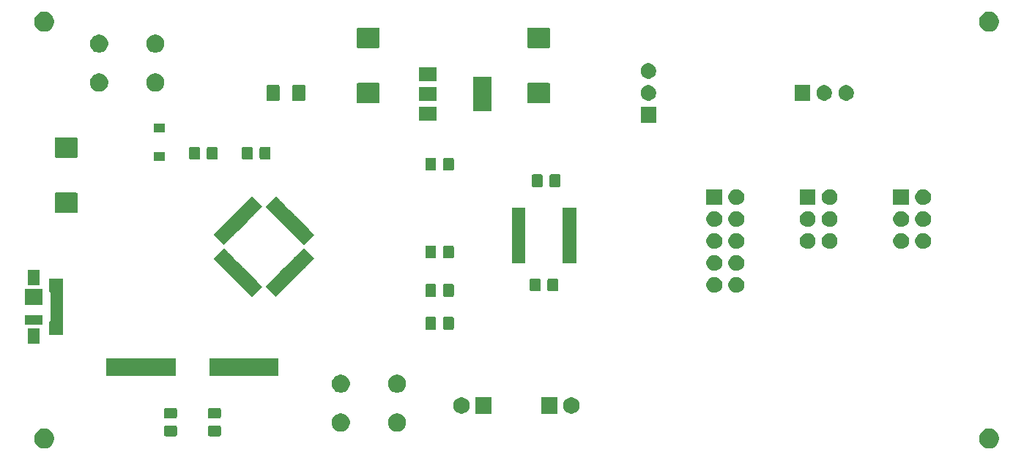
<source format=gbr>
%TF.GenerationSoftware,KiCad,Pcbnew,5.1.5-1.fc31*%
%TF.CreationDate,2020-04-02T16:35:23+02:00*%
%TF.ProjectId,avrisp-mkII-clone,61767269-7370-42d6-9d6b-49492d636c6f,1.0*%
%TF.SameCoordinates,PX54c81a0PY82ce540*%
%TF.FileFunction,Soldermask,Top*%
%TF.FilePolarity,Negative*%
%FSLAX46Y46*%
G04 Gerber Fmt 4.6, Leading zero omitted, Abs format (unit mm)*
G04 Created by KiCad (PCBNEW 5.1.5-1.fc31) date 2020-04-02 16:35:23*
%MOMM*%
%LPD*%
G04 APERTURE LIST*
%ADD10C,0.150000*%
G04 APERTURE END LIST*
D10*
G36*
X111984549Y3668884D02*
G01*
X112095734Y3646768D01*
X112243850Y3585416D01*
X112272293Y3573635D01*
X112305203Y3560003D01*
X112493720Y3434040D01*
X112654040Y3273720D01*
X112780003Y3085203D01*
X112780004Y3085201D01*
X112805416Y3023850D01*
X112866768Y2875734D01*
X112911000Y2653364D01*
X112911000Y2426636D01*
X112866768Y2204266D01*
X112780003Y1994797D01*
X112654040Y1806280D01*
X112493720Y1645960D01*
X112305203Y1519997D01*
X112095734Y1433232D01*
X111984549Y1411116D01*
X111873365Y1389000D01*
X111646635Y1389000D01*
X111535451Y1411116D01*
X111424266Y1433232D01*
X111214797Y1519997D01*
X111026280Y1645960D01*
X110865960Y1806280D01*
X110739997Y1994797D01*
X110653232Y2204266D01*
X110609000Y2426636D01*
X110609000Y2653364D01*
X110653232Y2875734D01*
X110714584Y3023850D01*
X110739996Y3085201D01*
X110739997Y3085203D01*
X110865960Y3273720D01*
X111026280Y3434040D01*
X111214797Y3560003D01*
X111247708Y3573635D01*
X111276150Y3585416D01*
X111424266Y3646768D01*
X111535451Y3668884D01*
X111646635Y3691000D01*
X111873365Y3691000D01*
X111984549Y3668884D01*
G37*
G36*
X2764549Y3668884D02*
G01*
X2875734Y3646768D01*
X3023850Y3585416D01*
X3052293Y3573635D01*
X3085203Y3560003D01*
X3273720Y3434040D01*
X3434040Y3273720D01*
X3560003Y3085203D01*
X3560004Y3085201D01*
X3585416Y3023850D01*
X3646768Y2875734D01*
X3691000Y2653364D01*
X3691000Y2426636D01*
X3646768Y2204266D01*
X3560003Y1994797D01*
X3434040Y1806280D01*
X3273720Y1645960D01*
X3085203Y1519997D01*
X2875734Y1433232D01*
X2764549Y1411116D01*
X2653365Y1389000D01*
X2426635Y1389000D01*
X2315451Y1411116D01*
X2204266Y1433232D01*
X1994797Y1519997D01*
X1806280Y1645960D01*
X1645960Y1806280D01*
X1519997Y1994797D01*
X1433232Y2204266D01*
X1389000Y2426636D01*
X1389000Y2653364D01*
X1433232Y2875734D01*
X1494584Y3023850D01*
X1519996Y3085201D01*
X1519997Y3085203D01*
X1645960Y3273720D01*
X1806280Y3434040D01*
X1994797Y3560003D01*
X2027708Y3573635D01*
X2056150Y3585416D01*
X2204266Y3646768D01*
X2315451Y3668884D01*
X2426635Y3691000D01*
X2653365Y3691000D01*
X2764549Y3668884D01*
G37*
G36*
X17733674Y4041535D02*
G01*
X17771367Y4030101D01*
X17806103Y4011534D01*
X17836548Y3986548D01*
X17861534Y3956103D01*
X17880101Y3921367D01*
X17891535Y3883674D01*
X17896000Y3838339D01*
X17896000Y3001661D01*
X17891535Y2956326D01*
X17880101Y2918633D01*
X17861534Y2883897D01*
X17836548Y2853452D01*
X17806103Y2828466D01*
X17771367Y2809899D01*
X17733674Y2798465D01*
X17688339Y2794000D01*
X16601661Y2794000D01*
X16556326Y2798465D01*
X16518633Y2809899D01*
X16483897Y2828466D01*
X16453452Y2853452D01*
X16428466Y2883897D01*
X16409899Y2918633D01*
X16398465Y2956326D01*
X16394000Y3001661D01*
X16394000Y3838339D01*
X16398465Y3883674D01*
X16409899Y3921367D01*
X16428466Y3956103D01*
X16453452Y3986548D01*
X16483897Y4011534D01*
X16518633Y4030101D01*
X16556326Y4041535D01*
X16601661Y4046000D01*
X17688339Y4046000D01*
X17733674Y4041535D01*
G37*
G36*
X22813674Y4041535D02*
G01*
X22851367Y4030101D01*
X22886103Y4011534D01*
X22916548Y3986548D01*
X22941534Y3956103D01*
X22960101Y3921367D01*
X22971535Y3883674D01*
X22976000Y3838339D01*
X22976000Y3001661D01*
X22971535Y2956326D01*
X22960101Y2918633D01*
X22941534Y2883897D01*
X22916548Y2853452D01*
X22886103Y2828466D01*
X22851367Y2809899D01*
X22813674Y2798465D01*
X22768339Y2794000D01*
X21681661Y2794000D01*
X21636326Y2798465D01*
X21598633Y2809899D01*
X21563897Y2828466D01*
X21533452Y2853452D01*
X21508466Y2883897D01*
X21489899Y2918633D01*
X21478465Y2956326D01*
X21474000Y3001661D01*
X21474000Y3838339D01*
X21478465Y3883674D01*
X21489899Y3921367D01*
X21508466Y3956103D01*
X21533452Y3986548D01*
X21563897Y4011534D01*
X21598633Y4030101D01*
X21636326Y4041535D01*
X21681661Y4046000D01*
X22768339Y4046000D01*
X22813674Y4041535D01*
G37*
G36*
X37136564Y5400611D02*
G01*
X37327833Y5321385D01*
X37327835Y5321384D01*
X37499973Y5206365D01*
X37646365Y5059973D01*
X37737408Y4923718D01*
X37761385Y4887833D01*
X37840611Y4696564D01*
X37881000Y4493516D01*
X37881000Y4286484D01*
X37840611Y4083436D01*
X37773480Y3921367D01*
X37761384Y3892165D01*
X37646365Y3720027D01*
X37499973Y3573635D01*
X37327835Y3458616D01*
X37327834Y3458615D01*
X37327833Y3458615D01*
X37136564Y3379389D01*
X36933516Y3339000D01*
X36726484Y3339000D01*
X36523436Y3379389D01*
X36332167Y3458615D01*
X36332166Y3458615D01*
X36332165Y3458616D01*
X36160027Y3573635D01*
X36013635Y3720027D01*
X35898616Y3892165D01*
X35886520Y3921367D01*
X35819389Y4083436D01*
X35779000Y4286484D01*
X35779000Y4493516D01*
X35819389Y4696564D01*
X35898615Y4887833D01*
X35922593Y4923718D01*
X36013635Y5059973D01*
X36160027Y5206365D01*
X36332165Y5321384D01*
X36332167Y5321385D01*
X36523436Y5400611D01*
X36726484Y5441000D01*
X36933516Y5441000D01*
X37136564Y5400611D01*
G37*
G36*
X43636564Y5400611D02*
G01*
X43827833Y5321385D01*
X43827835Y5321384D01*
X43999973Y5206365D01*
X44146365Y5059973D01*
X44237408Y4923718D01*
X44261385Y4887833D01*
X44340611Y4696564D01*
X44381000Y4493516D01*
X44381000Y4286484D01*
X44340611Y4083436D01*
X44273480Y3921367D01*
X44261384Y3892165D01*
X44146365Y3720027D01*
X43999973Y3573635D01*
X43827835Y3458616D01*
X43827834Y3458615D01*
X43827833Y3458615D01*
X43636564Y3379389D01*
X43433516Y3339000D01*
X43226484Y3339000D01*
X43023436Y3379389D01*
X42832167Y3458615D01*
X42832166Y3458615D01*
X42832165Y3458616D01*
X42660027Y3573635D01*
X42513635Y3720027D01*
X42398616Y3892165D01*
X42386520Y3921367D01*
X42319389Y4083436D01*
X42279000Y4286484D01*
X42279000Y4493516D01*
X42319389Y4696564D01*
X42398615Y4887833D01*
X42422593Y4923718D01*
X42513635Y5059973D01*
X42660027Y5206365D01*
X42832165Y5321384D01*
X42832167Y5321385D01*
X43023436Y5400611D01*
X43226484Y5441000D01*
X43433516Y5441000D01*
X43636564Y5400611D01*
G37*
G36*
X17733674Y6091535D02*
G01*
X17771367Y6080101D01*
X17806103Y6061534D01*
X17836548Y6036548D01*
X17861534Y6006103D01*
X17880101Y5971367D01*
X17891535Y5933674D01*
X17896000Y5888339D01*
X17896000Y5051661D01*
X17891535Y5006326D01*
X17880101Y4968633D01*
X17861534Y4933897D01*
X17836548Y4903452D01*
X17806103Y4878466D01*
X17771367Y4859899D01*
X17733674Y4848465D01*
X17688339Y4844000D01*
X16601661Y4844000D01*
X16556326Y4848465D01*
X16518633Y4859899D01*
X16483897Y4878466D01*
X16453452Y4903452D01*
X16428466Y4933897D01*
X16409899Y4968633D01*
X16398465Y5006326D01*
X16394000Y5051661D01*
X16394000Y5888339D01*
X16398465Y5933674D01*
X16409899Y5971367D01*
X16428466Y6006103D01*
X16453452Y6036548D01*
X16483897Y6061534D01*
X16518633Y6080101D01*
X16556326Y6091535D01*
X16601661Y6096000D01*
X17688339Y6096000D01*
X17733674Y6091535D01*
G37*
G36*
X22813674Y6091535D02*
G01*
X22851367Y6080101D01*
X22886103Y6061534D01*
X22916548Y6036548D01*
X22941534Y6006103D01*
X22960101Y5971367D01*
X22971535Y5933674D01*
X22976000Y5888339D01*
X22976000Y5051661D01*
X22971535Y5006326D01*
X22960101Y4968633D01*
X22941534Y4933897D01*
X22916548Y4903452D01*
X22886103Y4878466D01*
X22851367Y4859899D01*
X22813674Y4848465D01*
X22768339Y4844000D01*
X21681661Y4844000D01*
X21636326Y4848465D01*
X21598633Y4859899D01*
X21563897Y4878466D01*
X21533452Y4903452D01*
X21508466Y4933897D01*
X21489899Y4968633D01*
X21478465Y5006326D01*
X21474000Y5051661D01*
X21474000Y5888339D01*
X21478465Y5933674D01*
X21489899Y5971367D01*
X21508466Y6006103D01*
X21533452Y6036548D01*
X21563897Y6061534D01*
X21598633Y6080101D01*
X21636326Y6091535D01*
X21681661Y6096000D01*
X22768339Y6096000D01*
X22813674Y6091535D01*
G37*
G36*
X63777395Y7264454D02*
G01*
X63950466Y7192766D01*
X63950467Y7192765D01*
X64106227Y7088690D01*
X64238690Y6956227D01*
X64238691Y6956225D01*
X64342766Y6800466D01*
X64414454Y6627395D01*
X64451000Y6443667D01*
X64451000Y6256333D01*
X64414454Y6072605D01*
X64342766Y5899534D01*
X64327659Y5876925D01*
X64238690Y5743773D01*
X64106227Y5611310D01*
X64027818Y5558919D01*
X63950466Y5507234D01*
X63777395Y5435546D01*
X63593667Y5399000D01*
X63406333Y5399000D01*
X63222605Y5435546D01*
X63049534Y5507234D01*
X62972182Y5558919D01*
X62893773Y5611310D01*
X62761310Y5743773D01*
X62672341Y5876925D01*
X62657234Y5899534D01*
X62585546Y6072605D01*
X62549000Y6256333D01*
X62549000Y6443667D01*
X62585546Y6627395D01*
X62657234Y6800466D01*
X62761309Y6956225D01*
X62761310Y6956227D01*
X62893773Y7088690D01*
X63049533Y7192765D01*
X63049534Y7192766D01*
X63222605Y7264454D01*
X63406333Y7301000D01*
X63593667Y7301000D01*
X63777395Y7264454D01*
G37*
G36*
X51077395Y7264454D02*
G01*
X51250466Y7192766D01*
X51250467Y7192765D01*
X51406227Y7088690D01*
X51538690Y6956227D01*
X51538691Y6956225D01*
X51642766Y6800466D01*
X51714454Y6627395D01*
X51751000Y6443667D01*
X51751000Y6256333D01*
X51714454Y6072605D01*
X51642766Y5899534D01*
X51627659Y5876925D01*
X51538690Y5743773D01*
X51406227Y5611310D01*
X51327818Y5558919D01*
X51250466Y5507234D01*
X51077395Y5435546D01*
X50893667Y5399000D01*
X50706333Y5399000D01*
X50522605Y5435546D01*
X50349534Y5507234D01*
X50272182Y5558919D01*
X50193773Y5611310D01*
X50061310Y5743773D01*
X49972341Y5876925D01*
X49957234Y5899534D01*
X49885546Y6072605D01*
X49849000Y6256333D01*
X49849000Y6443667D01*
X49885546Y6627395D01*
X49957234Y6800466D01*
X50061309Y6956225D01*
X50061310Y6956227D01*
X50193773Y7088690D01*
X50349533Y7192765D01*
X50349534Y7192766D01*
X50522605Y7264454D01*
X50706333Y7301000D01*
X50893667Y7301000D01*
X51077395Y7264454D01*
G37*
G36*
X54291000Y5399000D02*
G01*
X52389000Y5399000D01*
X52389000Y7301000D01*
X54291000Y7301000D01*
X54291000Y5399000D01*
G37*
G36*
X61911000Y5399000D02*
G01*
X60009000Y5399000D01*
X60009000Y7301000D01*
X61911000Y7301000D01*
X61911000Y5399000D01*
G37*
G36*
X37136564Y9900611D02*
G01*
X37327833Y9821385D01*
X37327835Y9821384D01*
X37443648Y9744000D01*
X37499973Y9706365D01*
X37646365Y9559973D01*
X37761385Y9387833D01*
X37840611Y9196564D01*
X37881000Y8993516D01*
X37881000Y8786484D01*
X37840611Y8583436D01*
X37761385Y8392167D01*
X37761384Y8392165D01*
X37646365Y8220027D01*
X37499973Y8073635D01*
X37327835Y7958616D01*
X37327834Y7958615D01*
X37327833Y7958615D01*
X37136564Y7879389D01*
X36933516Y7839000D01*
X36726484Y7839000D01*
X36523436Y7879389D01*
X36332167Y7958615D01*
X36332166Y7958615D01*
X36332165Y7958616D01*
X36160027Y8073635D01*
X36013635Y8220027D01*
X35898616Y8392165D01*
X35898615Y8392167D01*
X35819389Y8583436D01*
X35779000Y8786484D01*
X35779000Y8993516D01*
X35819389Y9196564D01*
X35898615Y9387833D01*
X36013635Y9559973D01*
X36160027Y9706365D01*
X36216352Y9744000D01*
X36332165Y9821384D01*
X36332167Y9821385D01*
X36523436Y9900611D01*
X36726484Y9941000D01*
X36933516Y9941000D01*
X37136564Y9900611D01*
G37*
G36*
X43636564Y9900611D02*
G01*
X43827833Y9821385D01*
X43827835Y9821384D01*
X43943648Y9744000D01*
X43999973Y9706365D01*
X44146365Y9559973D01*
X44261385Y9387833D01*
X44340611Y9196564D01*
X44381000Y8993516D01*
X44381000Y8786484D01*
X44340611Y8583436D01*
X44261385Y8392167D01*
X44261384Y8392165D01*
X44146365Y8220027D01*
X43999973Y8073635D01*
X43827835Y7958616D01*
X43827834Y7958615D01*
X43827833Y7958615D01*
X43636564Y7879389D01*
X43433516Y7839000D01*
X43226484Y7839000D01*
X43023436Y7879389D01*
X42832167Y7958615D01*
X42832166Y7958615D01*
X42832165Y7958616D01*
X42660027Y8073635D01*
X42513635Y8220027D01*
X42398616Y8392165D01*
X42398615Y8392167D01*
X42319389Y8583436D01*
X42279000Y8786484D01*
X42279000Y8993516D01*
X42319389Y9196564D01*
X42398615Y9387833D01*
X42513635Y9559973D01*
X42660027Y9706365D01*
X42716352Y9744000D01*
X42832165Y9821384D01*
X42832167Y9821385D01*
X43023436Y9900611D01*
X43226484Y9941000D01*
X43433516Y9941000D01*
X43636564Y9900611D01*
G37*
G36*
X17736000Y9744000D02*
G01*
X9759000Y9744000D01*
X9759000Y11846000D01*
X17736000Y11846000D01*
X17736000Y9744000D01*
G37*
G36*
X29611000Y9744000D02*
G01*
X21634000Y9744000D01*
X21634000Y11846000D01*
X29611000Y11846000D01*
X29611000Y9744000D01*
G37*
G36*
X2041000Y13529000D02*
G01*
X639000Y13529000D01*
X639000Y15281000D01*
X2041000Y15281000D01*
X2041000Y13529000D01*
G37*
G36*
X4741000Y14529000D02*
G01*
X3089000Y14529000D01*
X3089000Y16056000D01*
X3134001Y16056000D01*
X3158387Y16058402D01*
X3181836Y16065515D01*
X3203447Y16077066D01*
X3222389Y16092611D01*
X3237934Y16111553D01*
X3249485Y16133164D01*
X3256598Y16156613D01*
X3259000Y16180999D01*
X3259000Y19379001D01*
X3256598Y19403387D01*
X3249485Y19426836D01*
X3237934Y19448447D01*
X3222389Y19467389D01*
X3203447Y19482934D01*
X3181836Y19494485D01*
X3158387Y19501598D01*
X3134001Y19504000D01*
X3089000Y19504000D01*
X3089000Y21031000D01*
X4741000Y21031000D01*
X4741000Y14529000D01*
G37*
G36*
X49748674Y16621535D02*
G01*
X49786367Y16610101D01*
X49821103Y16591534D01*
X49851548Y16566548D01*
X49876534Y16536103D01*
X49895101Y16501367D01*
X49906535Y16463674D01*
X49911000Y16418339D01*
X49911000Y15331661D01*
X49906535Y15286326D01*
X49895101Y15248633D01*
X49876534Y15213897D01*
X49851548Y15183452D01*
X49821103Y15158466D01*
X49786367Y15139899D01*
X49748674Y15128465D01*
X49703339Y15124000D01*
X48866661Y15124000D01*
X48821326Y15128465D01*
X48783633Y15139899D01*
X48748897Y15158466D01*
X48718452Y15183452D01*
X48693466Y15213897D01*
X48674899Y15248633D01*
X48663465Y15286326D01*
X48659000Y15331661D01*
X48659000Y16418339D01*
X48663465Y16463674D01*
X48674899Y16501367D01*
X48693466Y16536103D01*
X48718452Y16566548D01*
X48748897Y16591534D01*
X48783633Y16610101D01*
X48821326Y16621535D01*
X48866661Y16626000D01*
X49703339Y16626000D01*
X49748674Y16621535D01*
G37*
G36*
X47698674Y16621535D02*
G01*
X47736367Y16610101D01*
X47771103Y16591534D01*
X47801548Y16566548D01*
X47826534Y16536103D01*
X47845101Y16501367D01*
X47856535Y16463674D01*
X47861000Y16418339D01*
X47861000Y15331661D01*
X47856535Y15286326D01*
X47845101Y15248633D01*
X47826534Y15213897D01*
X47801548Y15183452D01*
X47771103Y15158466D01*
X47736367Y15139899D01*
X47698674Y15128465D01*
X47653339Y15124000D01*
X46816661Y15124000D01*
X46771326Y15128465D01*
X46733633Y15139899D01*
X46698897Y15158466D01*
X46668452Y15183452D01*
X46643466Y15213897D01*
X46624899Y15248633D01*
X46613465Y15286326D01*
X46609000Y15331661D01*
X46609000Y16418339D01*
X46613465Y16463674D01*
X46624899Y16501367D01*
X46643466Y16536103D01*
X46668452Y16566548D01*
X46698897Y16591534D01*
X46733633Y16610101D01*
X46771326Y16621535D01*
X46816661Y16626000D01*
X47653339Y16626000D01*
X47698674Y16621535D01*
G37*
G36*
X2341000Y15679000D02*
G01*
X339000Y15679000D01*
X339000Y16781000D01*
X2341000Y16781000D01*
X2341000Y15679000D01*
G37*
G36*
X2341000Y17979000D02*
G01*
X339000Y17979000D01*
X339000Y19881000D01*
X2341000Y19881000D01*
X2341000Y17979000D01*
G37*
G36*
X49748674Y20431535D02*
G01*
X49786367Y20420101D01*
X49821103Y20401534D01*
X49851548Y20376548D01*
X49876534Y20346103D01*
X49895101Y20311367D01*
X49906535Y20273674D01*
X49911000Y20228339D01*
X49911000Y19141661D01*
X49906535Y19096326D01*
X49895101Y19058633D01*
X49876534Y19023897D01*
X49851548Y18993452D01*
X49821103Y18968466D01*
X49786367Y18949899D01*
X49748674Y18938465D01*
X49703339Y18934000D01*
X48866661Y18934000D01*
X48821326Y18938465D01*
X48783633Y18949899D01*
X48748897Y18968466D01*
X48718452Y18993452D01*
X48693466Y19023897D01*
X48674899Y19058633D01*
X48663465Y19096326D01*
X48659000Y19141661D01*
X48659000Y20228339D01*
X48663465Y20273674D01*
X48674899Y20311367D01*
X48693466Y20346103D01*
X48718452Y20376548D01*
X48748897Y20401534D01*
X48783633Y20420101D01*
X48821326Y20431535D01*
X48866661Y20436000D01*
X49703339Y20436000D01*
X49748674Y20431535D01*
G37*
G36*
X47698674Y20431535D02*
G01*
X47736367Y20420101D01*
X47771103Y20401534D01*
X47801548Y20376548D01*
X47826534Y20346103D01*
X47845101Y20311367D01*
X47856535Y20273674D01*
X47861000Y20228339D01*
X47861000Y19141661D01*
X47856535Y19096326D01*
X47845101Y19058633D01*
X47826534Y19023897D01*
X47801548Y18993452D01*
X47771103Y18968466D01*
X47736367Y18949899D01*
X47698674Y18938465D01*
X47653339Y18934000D01*
X46816661Y18934000D01*
X46771326Y18938465D01*
X46733633Y18949899D01*
X46698897Y18968466D01*
X46668452Y18993452D01*
X46643466Y19023897D01*
X46624899Y19058633D01*
X46613465Y19096326D01*
X46609000Y19141661D01*
X46609000Y20228339D01*
X46613465Y20273674D01*
X46624899Y20311367D01*
X46643466Y20346103D01*
X46668452Y20376548D01*
X46698897Y20401534D01*
X46733633Y20420101D01*
X46771326Y20431535D01*
X46816661Y20436000D01*
X47653339Y20436000D01*
X47698674Y20431535D01*
G37*
G36*
X23787162Y24110926D02*
G01*
X23787162Y24110925D01*
X23803426Y24094661D01*
X23803432Y24094656D01*
X23891814Y24006274D01*
X23891814Y24006275D01*
X24352848Y23545241D01*
X24352848Y23545240D01*
X24441230Y23456858D01*
X24441235Y23456852D01*
X24457499Y23440588D01*
X24457499Y23440589D01*
X24918533Y22979555D01*
X24918533Y22979554D01*
X25023184Y22874903D01*
X25023184Y22874904D01*
X25484218Y22413870D01*
X25484218Y22413869D01*
X25588870Y22309217D01*
X25588870Y22309218D01*
X26049904Y21848184D01*
X26049904Y21848183D01*
X26154555Y21743532D01*
X26154555Y21743533D01*
X26615589Y21282499D01*
X26615589Y21282498D01*
X26631853Y21266234D01*
X26631859Y21266229D01*
X26720241Y21177847D01*
X26720241Y21177848D01*
X27181275Y20716814D01*
X27181275Y20716813D01*
X27269657Y20628431D01*
X27269662Y20628425D01*
X27285926Y20612161D01*
X27285926Y20612162D01*
X27746960Y20151128D01*
X26543464Y18947632D01*
X26082430Y19408666D01*
X26082431Y19408666D01*
X25994049Y19497048D01*
X25994044Y19497054D01*
X25977780Y19513318D01*
X25977779Y19513318D01*
X25516745Y19974352D01*
X25516746Y19974352D01*
X25500482Y19990616D01*
X25500476Y19990621D01*
X25412094Y20079003D01*
X25412093Y20079003D01*
X24951059Y20540037D01*
X24951060Y20540037D01*
X24846409Y20644688D01*
X24846408Y20644688D01*
X24385374Y21105722D01*
X24385375Y21105722D01*
X24280723Y21210374D01*
X24280722Y21210374D01*
X23819688Y21671408D01*
X23819689Y21671408D01*
X23715038Y21776059D01*
X23715037Y21776059D01*
X23254003Y22237093D01*
X23254004Y22237093D01*
X23165622Y22325475D01*
X23165617Y22325481D01*
X23149353Y22341745D01*
X23149352Y22341745D01*
X22688318Y22802779D01*
X22688319Y22802779D01*
X22672055Y22819043D01*
X22672049Y22819048D01*
X22583667Y22907430D01*
X22583666Y22907430D01*
X22122632Y23368464D01*
X23326128Y24571960D01*
X23787162Y24110926D01*
G37*
G36*
X33757368Y23368464D02*
G01*
X33296334Y22907430D01*
X33191682Y22802779D01*
X32730648Y22341745D01*
X32625997Y22237093D01*
X30467907Y20079003D01*
X30363255Y19974352D01*
X29902221Y19513318D01*
X29797570Y19408666D01*
X29336536Y18947632D01*
X28133040Y20151128D01*
X28594074Y20612162D01*
X28594075Y20612161D01*
X28610339Y20628425D01*
X28610348Y20628436D01*
X28698726Y20716813D01*
X28698725Y20716814D01*
X29159759Y21177848D01*
X29159760Y21177847D01*
X29248137Y21266225D01*
X29248148Y21266234D01*
X29264412Y21282498D01*
X29264411Y21282499D01*
X29725445Y21743533D01*
X29725446Y21743532D01*
X29813833Y21831920D01*
X29830097Y21848183D01*
X29830096Y21848184D01*
X30291130Y22309218D01*
X30291131Y22309217D01*
X30395783Y22413869D01*
X30395782Y22413870D01*
X30856816Y22874904D01*
X30856817Y22874903D01*
X30945204Y22963291D01*
X30961468Y22979554D01*
X30961467Y22979555D01*
X31422501Y23440589D01*
X31422502Y23440588D01*
X31438766Y23456852D01*
X31438775Y23456863D01*
X31527153Y23545240D01*
X31527152Y23545241D01*
X31988186Y24006275D01*
X31988187Y24006274D01*
X32076564Y24094652D01*
X32076575Y24094661D01*
X32092839Y24110925D01*
X32092838Y24110926D01*
X32553872Y24571960D01*
X33757368Y23368464D01*
G37*
G36*
X82816778Y21199453D02*
G01*
X82983224Y21130509D01*
X83133022Y21030417D01*
X83260417Y20903022D01*
X83360509Y20753224D01*
X83429453Y20586778D01*
X83464600Y20410082D01*
X83464600Y20229918D01*
X83429453Y20053222D01*
X83360509Y19886776D01*
X83260417Y19736978D01*
X83133022Y19609583D01*
X82983224Y19509491D01*
X82816778Y19440547D01*
X82640082Y19405400D01*
X82459918Y19405400D01*
X82283222Y19440547D01*
X82116776Y19509491D01*
X81966978Y19609583D01*
X81839583Y19736978D01*
X81739491Y19886776D01*
X81670547Y20053222D01*
X81635400Y20229918D01*
X81635400Y20410082D01*
X81670547Y20586778D01*
X81739491Y20753224D01*
X81839583Y20903022D01*
X81966978Y21030417D01*
X82116776Y21130509D01*
X82283222Y21199453D01*
X82459918Y21234600D01*
X82640082Y21234600D01*
X82816778Y21199453D01*
G37*
G36*
X80276778Y21199453D02*
G01*
X80443224Y21130509D01*
X80593022Y21030417D01*
X80720417Y20903022D01*
X80820509Y20753224D01*
X80889453Y20586778D01*
X80924600Y20410082D01*
X80924600Y20229918D01*
X80889453Y20053222D01*
X80820509Y19886776D01*
X80720417Y19736978D01*
X80593022Y19609583D01*
X80443224Y19509491D01*
X80276778Y19440547D01*
X80100082Y19405400D01*
X79919918Y19405400D01*
X79743222Y19440547D01*
X79576776Y19509491D01*
X79426978Y19609583D01*
X79299583Y19736978D01*
X79199491Y19886776D01*
X79130547Y20053222D01*
X79095400Y20229918D01*
X79095400Y20410082D01*
X79130547Y20586778D01*
X79199491Y20753224D01*
X79299583Y20903022D01*
X79426978Y21030417D01*
X79576776Y21130509D01*
X79743222Y21199453D01*
X79919918Y21234600D01*
X80100082Y21234600D01*
X80276778Y21199453D01*
G37*
G36*
X61813674Y21066535D02*
G01*
X61851367Y21055101D01*
X61886103Y21036534D01*
X61916548Y21011548D01*
X61941534Y20981103D01*
X61960101Y20946367D01*
X61971535Y20908674D01*
X61976000Y20863339D01*
X61976000Y19776661D01*
X61971535Y19731326D01*
X61960101Y19693633D01*
X61941534Y19658897D01*
X61916548Y19628452D01*
X61886103Y19603466D01*
X61851367Y19584899D01*
X61813674Y19573465D01*
X61768339Y19569000D01*
X60931661Y19569000D01*
X60886326Y19573465D01*
X60848633Y19584899D01*
X60813897Y19603466D01*
X60783452Y19628452D01*
X60758466Y19658897D01*
X60739899Y19693633D01*
X60728465Y19731326D01*
X60724000Y19776661D01*
X60724000Y20863339D01*
X60728465Y20908674D01*
X60739899Y20946367D01*
X60758466Y20981103D01*
X60783452Y21011548D01*
X60813897Y21036534D01*
X60848633Y21055101D01*
X60886326Y21066535D01*
X60931661Y21071000D01*
X61768339Y21071000D01*
X61813674Y21066535D01*
G37*
G36*
X59763674Y21066535D02*
G01*
X59801367Y21055101D01*
X59836103Y21036534D01*
X59866548Y21011548D01*
X59891534Y20981103D01*
X59910101Y20946367D01*
X59921535Y20908674D01*
X59926000Y20863339D01*
X59926000Y19776661D01*
X59921535Y19731326D01*
X59910101Y19693633D01*
X59891534Y19658897D01*
X59866548Y19628452D01*
X59836103Y19603466D01*
X59801367Y19584899D01*
X59763674Y19573465D01*
X59718339Y19569000D01*
X58881661Y19569000D01*
X58836326Y19573465D01*
X58798633Y19584899D01*
X58763897Y19603466D01*
X58733452Y19628452D01*
X58708466Y19658897D01*
X58689899Y19693633D01*
X58678465Y19731326D01*
X58674000Y19776661D01*
X58674000Y20863339D01*
X58678465Y20908674D01*
X58689899Y20946367D01*
X58708466Y20981103D01*
X58733452Y21011548D01*
X58763897Y21036534D01*
X58798633Y21055101D01*
X58836326Y21066535D01*
X58881661Y21071000D01*
X59718339Y21071000D01*
X59763674Y21066535D01*
G37*
G36*
X2041000Y20279000D02*
G01*
X639000Y20279000D01*
X639000Y22031000D01*
X2041000Y22031000D01*
X2041000Y20279000D01*
G37*
G36*
X82816778Y23739453D02*
G01*
X82983224Y23670509D01*
X83133022Y23570417D01*
X83260417Y23443022D01*
X83360509Y23293224D01*
X83429453Y23126778D01*
X83464600Y22950082D01*
X83464600Y22769918D01*
X83429453Y22593222D01*
X83360509Y22426776D01*
X83260417Y22276978D01*
X83133022Y22149583D01*
X82983224Y22049491D01*
X82816778Y21980547D01*
X82640082Y21945400D01*
X82459918Y21945400D01*
X82283222Y21980547D01*
X82116776Y22049491D01*
X81966978Y22149583D01*
X81839583Y22276978D01*
X81739491Y22426776D01*
X81670547Y22593222D01*
X81635400Y22769918D01*
X81635400Y22950082D01*
X81670547Y23126778D01*
X81739491Y23293224D01*
X81839583Y23443022D01*
X81966978Y23570417D01*
X82116776Y23670509D01*
X82283222Y23739453D01*
X82459918Y23774600D01*
X82640082Y23774600D01*
X82816778Y23739453D01*
G37*
G36*
X80276778Y23739453D02*
G01*
X80443224Y23670509D01*
X80593022Y23570417D01*
X80720417Y23443022D01*
X80820509Y23293224D01*
X80889453Y23126778D01*
X80924600Y22950082D01*
X80924600Y22769918D01*
X80889453Y22593222D01*
X80820509Y22426776D01*
X80720417Y22276978D01*
X80593022Y22149583D01*
X80443224Y22049491D01*
X80276778Y21980547D01*
X80100082Y21945400D01*
X79919918Y21945400D01*
X79743222Y21980547D01*
X79576776Y22049491D01*
X79426978Y22149583D01*
X79299583Y22276978D01*
X79199491Y22426776D01*
X79130547Y22593222D01*
X79095400Y22769918D01*
X79095400Y22950082D01*
X79130547Y23126778D01*
X79199491Y23293224D01*
X79299583Y23443022D01*
X79426978Y23570417D01*
X79576776Y23670509D01*
X79743222Y23739453D01*
X79919918Y23774600D01*
X80100082Y23774600D01*
X80276778Y23739453D01*
G37*
G36*
X58151000Y22834000D02*
G01*
X56599000Y22834000D01*
X56599000Y29236000D01*
X58151000Y29236000D01*
X58151000Y22834000D01*
G37*
G36*
X64051000Y22834000D02*
G01*
X62499000Y22834000D01*
X62499000Y29236000D01*
X64051000Y29236000D01*
X64051000Y22834000D01*
G37*
G36*
X49748674Y24876535D02*
G01*
X49786367Y24865101D01*
X49821103Y24846534D01*
X49851548Y24821548D01*
X49876534Y24791103D01*
X49895101Y24756367D01*
X49906535Y24718674D01*
X49911000Y24673339D01*
X49911000Y23586661D01*
X49906535Y23541326D01*
X49895101Y23503633D01*
X49876534Y23468897D01*
X49851548Y23438452D01*
X49821103Y23413466D01*
X49786367Y23394899D01*
X49748674Y23383465D01*
X49703339Y23379000D01*
X48866661Y23379000D01*
X48821326Y23383465D01*
X48783633Y23394899D01*
X48748897Y23413466D01*
X48718452Y23438452D01*
X48693466Y23468897D01*
X48674899Y23503633D01*
X48663465Y23541326D01*
X48659000Y23586661D01*
X48659000Y24673339D01*
X48663465Y24718674D01*
X48674899Y24756367D01*
X48693466Y24791103D01*
X48718452Y24821548D01*
X48748897Y24846534D01*
X48783633Y24865101D01*
X48821326Y24876535D01*
X48866661Y24881000D01*
X49703339Y24881000D01*
X49748674Y24876535D01*
G37*
G36*
X47698674Y24876535D02*
G01*
X47736367Y24865101D01*
X47771103Y24846534D01*
X47801548Y24821548D01*
X47826534Y24791103D01*
X47845101Y24756367D01*
X47856535Y24718674D01*
X47861000Y24673339D01*
X47861000Y23586661D01*
X47856535Y23541326D01*
X47845101Y23503633D01*
X47826534Y23468897D01*
X47801548Y23438452D01*
X47771103Y23413466D01*
X47736367Y23394899D01*
X47698674Y23383465D01*
X47653339Y23379000D01*
X46816661Y23379000D01*
X46771326Y23383465D01*
X46733633Y23394899D01*
X46698897Y23413466D01*
X46668452Y23438452D01*
X46643466Y23468897D01*
X46624899Y23503633D01*
X46613465Y23541326D01*
X46609000Y23586661D01*
X46609000Y24673339D01*
X46613465Y24718674D01*
X46624899Y24756367D01*
X46643466Y24791103D01*
X46668452Y24821548D01*
X46698897Y24846534D01*
X46733633Y24865101D01*
X46771326Y24876535D01*
X46816661Y24881000D01*
X47653339Y24881000D01*
X47698674Y24876535D01*
G37*
G36*
X91071778Y26279453D02*
G01*
X91238224Y26210509D01*
X91388022Y26110417D01*
X91515417Y25983022D01*
X91615509Y25833224D01*
X91684453Y25666778D01*
X91719600Y25490082D01*
X91719600Y25309918D01*
X91684453Y25133222D01*
X91615509Y24966776D01*
X91515417Y24816978D01*
X91388022Y24689583D01*
X91238224Y24589491D01*
X91071778Y24520547D01*
X90895082Y24485400D01*
X90714918Y24485400D01*
X90538222Y24520547D01*
X90371776Y24589491D01*
X90221978Y24689583D01*
X90094583Y24816978D01*
X89994491Y24966776D01*
X89925547Y25133222D01*
X89890400Y25309918D01*
X89890400Y25490082D01*
X89925547Y25666778D01*
X89994491Y25833224D01*
X90094583Y25983022D01*
X90221978Y26110417D01*
X90371776Y26210509D01*
X90538222Y26279453D01*
X90714918Y26314600D01*
X90895082Y26314600D01*
X91071778Y26279453D01*
G37*
G36*
X80276778Y26279453D02*
G01*
X80443224Y26210509D01*
X80593022Y26110417D01*
X80720417Y25983022D01*
X80820509Y25833224D01*
X80889453Y25666778D01*
X80924600Y25490082D01*
X80924600Y25309918D01*
X80889453Y25133222D01*
X80820509Y24966776D01*
X80720417Y24816978D01*
X80593022Y24689583D01*
X80443224Y24589491D01*
X80276778Y24520547D01*
X80100082Y24485400D01*
X79919918Y24485400D01*
X79743222Y24520547D01*
X79576776Y24589491D01*
X79426978Y24689583D01*
X79299583Y24816978D01*
X79199491Y24966776D01*
X79130547Y25133222D01*
X79095400Y25309918D01*
X79095400Y25490082D01*
X79130547Y25666778D01*
X79199491Y25833224D01*
X79299583Y25983022D01*
X79426978Y26110417D01*
X79576776Y26210509D01*
X79743222Y26279453D01*
X79919918Y26314600D01*
X80100082Y26314600D01*
X80276778Y26279453D01*
G37*
G36*
X104406778Y26279453D02*
G01*
X104573224Y26210509D01*
X104723022Y26110417D01*
X104850417Y25983022D01*
X104950509Y25833224D01*
X105019453Y25666778D01*
X105054600Y25490082D01*
X105054600Y25309918D01*
X105019453Y25133222D01*
X104950509Y24966776D01*
X104850417Y24816978D01*
X104723022Y24689583D01*
X104573224Y24589491D01*
X104406778Y24520547D01*
X104230082Y24485400D01*
X104049918Y24485400D01*
X103873222Y24520547D01*
X103706776Y24589491D01*
X103556978Y24689583D01*
X103429583Y24816978D01*
X103329491Y24966776D01*
X103260547Y25133222D01*
X103225400Y25309918D01*
X103225400Y25490082D01*
X103260547Y25666778D01*
X103329491Y25833224D01*
X103429583Y25983022D01*
X103556978Y26110417D01*
X103706776Y26210509D01*
X103873222Y26279453D01*
X104049918Y26314600D01*
X104230082Y26314600D01*
X104406778Y26279453D01*
G37*
G36*
X101866778Y26279453D02*
G01*
X102033224Y26210509D01*
X102183022Y26110417D01*
X102310417Y25983022D01*
X102410509Y25833224D01*
X102479453Y25666778D01*
X102514600Y25490082D01*
X102514600Y25309918D01*
X102479453Y25133222D01*
X102410509Y24966776D01*
X102310417Y24816978D01*
X102183022Y24689583D01*
X102033224Y24589491D01*
X101866778Y24520547D01*
X101690082Y24485400D01*
X101509918Y24485400D01*
X101333222Y24520547D01*
X101166776Y24589491D01*
X101016978Y24689583D01*
X100889583Y24816978D01*
X100789491Y24966776D01*
X100720547Y25133222D01*
X100685400Y25309918D01*
X100685400Y25490082D01*
X100720547Y25666778D01*
X100789491Y25833224D01*
X100889583Y25983022D01*
X101016978Y26110417D01*
X101166776Y26210509D01*
X101333222Y26279453D01*
X101509918Y26314600D01*
X101690082Y26314600D01*
X101866778Y26279453D01*
G37*
G36*
X82816778Y26279453D02*
G01*
X82983224Y26210509D01*
X83133022Y26110417D01*
X83260417Y25983022D01*
X83360509Y25833224D01*
X83429453Y25666778D01*
X83464600Y25490082D01*
X83464600Y25309918D01*
X83429453Y25133222D01*
X83360509Y24966776D01*
X83260417Y24816978D01*
X83133022Y24689583D01*
X82983224Y24589491D01*
X82816778Y24520547D01*
X82640082Y24485400D01*
X82459918Y24485400D01*
X82283222Y24520547D01*
X82116776Y24589491D01*
X81966978Y24689583D01*
X81839583Y24816978D01*
X81739491Y24966776D01*
X81670547Y25133222D01*
X81635400Y25309918D01*
X81635400Y25490082D01*
X81670547Y25666778D01*
X81739491Y25833224D01*
X81839583Y25983022D01*
X81966978Y26110417D01*
X82116776Y26210509D01*
X82283222Y26279453D01*
X82459918Y26314600D01*
X82640082Y26314600D01*
X82816778Y26279453D01*
G37*
G36*
X93611778Y26279453D02*
G01*
X93778224Y26210509D01*
X93928022Y26110417D01*
X94055417Y25983022D01*
X94155509Y25833224D01*
X94224453Y25666778D01*
X94259600Y25490082D01*
X94259600Y25309918D01*
X94224453Y25133222D01*
X94155509Y24966776D01*
X94055417Y24816978D01*
X93928022Y24689583D01*
X93778224Y24589491D01*
X93611778Y24520547D01*
X93435082Y24485400D01*
X93254918Y24485400D01*
X93078222Y24520547D01*
X92911776Y24589491D01*
X92761978Y24689583D01*
X92634583Y24816978D01*
X92534491Y24966776D01*
X92465547Y25133222D01*
X92430400Y25309918D01*
X92430400Y25490082D01*
X92465547Y25666778D01*
X92534491Y25833224D01*
X92634583Y25983022D01*
X92761978Y26110417D01*
X92911776Y26210509D01*
X93078222Y26279453D01*
X93254918Y26314600D01*
X93435082Y26314600D01*
X93611778Y26279453D01*
G37*
G36*
X27746960Y29378872D02*
G01*
X27269662Y28901574D01*
X27181275Y28813186D01*
X26720241Y28352152D01*
X26631853Y28263765D01*
X26154555Y27786467D01*
X26066167Y27698080D01*
X26049904Y27681816D01*
X25023184Y26655096D01*
X24934796Y26566709D01*
X24918533Y26550445D01*
X24441235Y26073147D01*
X24352848Y25984759D01*
X23891814Y25523725D01*
X23803426Y25435338D01*
X23326128Y24958040D01*
X22122632Y26161536D01*
X22583666Y26622570D01*
X22583667Y26622569D01*
X22672044Y26710947D01*
X22672055Y26710956D01*
X22688319Y26727220D01*
X22688318Y26727221D01*
X23149352Y27188255D01*
X23149353Y27188254D01*
X23165617Y27204518D01*
X23165626Y27204529D01*
X23254004Y27292906D01*
X23254003Y27292907D01*
X23715037Y27753941D01*
X23715038Y27753940D01*
X23819689Y27858591D01*
X23819688Y27858592D01*
X24280722Y28319626D01*
X24280723Y28319625D01*
X24385375Y28424277D01*
X24385374Y28424278D01*
X24846408Y28885312D01*
X24846409Y28885311D01*
X24951060Y28989962D01*
X24951059Y28989963D01*
X25412093Y29450997D01*
X25412094Y29450996D01*
X25500471Y29539374D01*
X25500482Y29539383D01*
X25516746Y29555647D01*
X25516745Y29555648D01*
X25977779Y30016682D01*
X25977780Y30016681D01*
X25994044Y30032945D01*
X25994053Y30032956D01*
X26082431Y30121333D01*
X26082430Y30121334D01*
X26543464Y30582368D01*
X27746960Y29378872D01*
G37*
G36*
X29797570Y30121334D02*
G01*
X29797570Y30121333D01*
X29885952Y30032951D01*
X29885957Y30032945D01*
X29902221Y30016681D01*
X29902221Y30016682D01*
X30363255Y29555648D01*
X30363255Y29555647D01*
X30379519Y29539383D01*
X30379525Y29539378D01*
X30467907Y29450996D01*
X30467907Y29450997D01*
X30928941Y28989963D01*
X30928941Y28989962D01*
X31033592Y28885311D01*
X31033592Y28885312D01*
X31494626Y28424278D01*
X31494626Y28424277D01*
X31599278Y28319625D01*
X31599278Y28319626D01*
X32060312Y27858592D01*
X32060312Y27858591D01*
X32164963Y27753940D01*
X32164963Y27753941D01*
X32625997Y27292907D01*
X32625997Y27292906D01*
X32714379Y27204524D01*
X32714384Y27204518D01*
X32730648Y27188254D01*
X32730648Y27188255D01*
X33191682Y26727221D01*
X33191682Y26727220D01*
X33207946Y26710956D01*
X33207952Y26710951D01*
X33296334Y26622569D01*
X33296334Y26622570D01*
X33757368Y26161536D01*
X32553872Y24958040D01*
X32092838Y25419074D01*
X32092839Y25419074D01*
X32076575Y25435338D01*
X32076569Y25435343D01*
X31988187Y25523725D01*
X31988186Y25523725D01*
X31527152Y25984759D01*
X31527153Y25984759D01*
X31438771Y26073141D01*
X31438766Y26073147D01*
X31422502Y26089411D01*
X31422501Y26089411D01*
X30961467Y26550445D01*
X30961468Y26550445D01*
X30856817Y26655096D01*
X30856816Y26655096D01*
X30395782Y27116130D01*
X30395783Y27116130D01*
X30291131Y27220782D01*
X30291130Y27220782D01*
X29830096Y27681816D01*
X29830097Y27681816D01*
X29725446Y27786467D01*
X29725445Y27786467D01*
X29264411Y28247501D01*
X29264412Y28247501D01*
X29248148Y28263765D01*
X29248142Y28263770D01*
X29159760Y28352152D01*
X29159759Y28352152D01*
X28698725Y28813186D01*
X28698726Y28813186D01*
X28610344Y28901568D01*
X28610339Y28901574D01*
X28594075Y28917838D01*
X28594074Y28917838D01*
X28133040Y29378872D01*
X29336536Y30582368D01*
X29797570Y30121334D01*
G37*
G36*
X80276778Y28819453D02*
G01*
X80443224Y28750509D01*
X80593022Y28650417D01*
X80720417Y28523022D01*
X80820509Y28373224D01*
X80889453Y28206778D01*
X80924600Y28030082D01*
X80924600Y27849918D01*
X80889453Y27673222D01*
X80820509Y27506776D01*
X80720417Y27356978D01*
X80593022Y27229583D01*
X80443224Y27129491D01*
X80276778Y27060547D01*
X80100082Y27025400D01*
X79919918Y27025400D01*
X79743222Y27060547D01*
X79576776Y27129491D01*
X79426978Y27229583D01*
X79299583Y27356978D01*
X79199491Y27506776D01*
X79130547Y27673222D01*
X79095400Y27849918D01*
X79095400Y28030082D01*
X79130547Y28206778D01*
X79199491Y28373224D01*
X79299583Y28523022D01*
X79426978Y28650417D01*
X79576776Y28750509D01*
X79743222Y28819453D01*
X79919918Y28854600D01*
X80100082Y28854600D01*
X80276778Y28819453D01*
G37*
G36*
X82816778Y28819453D02*
G01*
X82983224Y28750509D01*
X83133022Y28650417D01*
X83260417Y28523022D01*
X83360509Y28373224D01*
X83429453Y28206778D01*
X83464600Y28030082D01*
X83464600Y27849918D01*
X83429453Y27673222D01*
X83360509Y27506776D01*
X83260417Y27356978D01*
X83133022Y27229583D01*
X82983224Y27129491D01*
X82816778Y27060547D01*
X82640082Y27025400D01*
X82459918Y27025400D01*
X82283222Y27060547D01*
X82116776Y27129491D01*
X81966978Y27229583D01*
X81839583Y27356978D01*
X81739491Y27506776D01*
X81670547Y27673222D01*
X81635400Y27849918D01*
X81635400Y28030082D01*
X81670547Y28206778D01*
X81739491Y28373224D01*
X81839583Y28523022D01*
X81966978Y28650417D01*
X82116776Y28750509D01*
X82283222Y28819453D01*
X82459918Y28854600D01*
X82640082Y28854600D01*
X82816778Y28819453D01*
G37*
G36*
X93611778Y28819453D02*
G01*
X93778224Y28750509D01*
X93928022Y28650417D01*
X94055417Y28523022D01*
X94155509Y28373224D01*
X94224453Y28206778D01*
X94259600Y28030082D01*
X94259600Y27849918D01*
X94224453Y27673222D01*
X94155509Y27506776D01*
X94055417Y27356978D01*
X93928022Y27229583D01*
X93778224Y27129491D01*
X93611778Y27060547D01*
X93435082Y27025400D01*
X93254918Y27025400D01*
X93078222Y27060547D01*
X92911776Y27129491D01*
X92761978Y27229583D01*
X92634583Y27356978D01*
X92534491Y27506776D01*
X92465547Y27673222D01*
X92430400Y27849918D01*
X92430400Y28030082D01*
X92465547Y28206778D01*
X92534491Y28373224D01*
X92634583Y28523022D01*
X92761978Y28650417D01*
X92911776Y28750509D01*
X93078222Y28819453D01*
X93254918Y28854600D01*
X93435082Y28854600D01*
X93611778Y28819453D01*
G37*
G36*
X104406778Y28819453D02*
G01*
X104573224Y28750509D01*
X104723022Y28650417D01*
X104850417Y28523022D01*
X104950509Y28373224D01*
X105019453Y28206778D01*
X105054600Y28030082D01*
X105054600Y27849918D01*
X105019453Y27673222D01*
X104950509Y27506776D01*
X104850417Y27356978D01*
X104723022Y27229583D01*
X104573224Y27129491D01*
X104406778Y27060547D01*
X104230082Y27025400D01*
X104049918Y27025400D01*
X103873222Y27060547D01*
X103706776Y27129491D01*
X103556978Y27229583D01*
X103429583Y27356978D01*
X103329491Y27506776D01*
X103260547Y27673222D01*
X103225400Y27849918D01*
X103225400Y28030082D01*
X103260547Y28206778D01*
X103329491Y28373224D01*
X103429583Y28523022D01*
X103556978Y28650417D01*
X103706776Y28750509D01*
X103873222Y28819453D01*
X104049918Y28854600D01*
X104230082Y28854600D01*
X104406778Y28819453D01*
G37*
G36*
X101866778Y28819453D02*
G01*
X102033224Y28750509D01*
X102183022Y28650417D01*
X102310417Y28523022D01*
X102410509Y28373224D01*
X102479453Y28206778D01*
X102514600Y28030082D01*
X102514600Y27849918D01*
X102479453Y27673222D01*
X102410509Y27506776D01*
X102310417Y27356978D01*
X102183022Y27229583D01*
X102033224Y27129491D01*
X101866778Y27060547D01*
X101690082Y27025400D01*
X101509918Y27025400D01*
X101333222Y27060547D01*
X101166776Y27129491D01*
X101016978Y27229583D01*
X100889583Y27356978D01*
X100789491Y27506776D01*
X100720547Y27673222D01*
X100685400Y27849918D01*
X100685400Y28030082D01*
X100720547Y28206778D01*
X100789491Y28373224D01*
X100889583Y28523022D01*
X101016978Y28650417D01*
X101166776Y28750509D01*
X101333222Y28819453D01*
X101509918Y28854600D01*
X101690082Y28854600D01*
X101866778Y28819453D01*
G37*
G36*
X91071778Y28819453D02*
G01*
X91238224Y28750509D01*
X91388022Y28650417D01*
X91515417Y28523022D01*
X91615509Y28373224D01*
X91684453Y28206778D01*
X91719600Y28030082D01*
X91719600Y27849918D01*
X91684453Y27673222D01*
X91615509Y27506776D01*
X91515417Y27356978D01*
X91388022Y27229583D01*
X91238224Y27129491D01*
X91071778Y27060547D01*
X90895082Y27025400D01*
X90714918Y27025400D01*
X90538222Y27060547D01*
X90371776Y27129491D01*
X90221978Y27229583D01*
X90094583Y27356978D01*
X89994491Y27506776D01*
X89925547Y27673222D01*
X89890400Y27849918D01*
X89890400Y28030082D01*
X89925547Y28206778D01*
X89994491Y28373224D01*
X90094583Y28523022D01*
X90221978Y28650417D01*
X90371776Y28750509D01*
X90538222Y28819453D01*
X90714918Y28854600D01*
X90895082Y28854600D01*
X91071778Y28819453D01*
G37*
G36*
X6273786Y30992254D02*
G01*
X6304461Y30982949D01*
X6332729Y30967839D01*
X6357506Y30947506D01*
X6377839Y30922729D01*
X6392949Y30894461D01*
X6402254Y30863786D01*
X6406000Y30825749D01*
X6406000Y28814251D01*
X6402254Y28776214D01*
X6392949Y28745539D01*
X6377839Y28717271D01*
X6357506Y28692494D01*
X6332729Y28672161D01*
X6304461Y28657051D01*
X6273786Y28647746D01*
X6235749Y28644000D01*
X3924251Y28644000D01*
X3886214Y28647746D01*
X3855539Y28657051D01*
X3827271Y28672161D01*
X3802494Y28692494D01*
X3782161Y28717271D01*
X3767051Y28745539D01*
X3757746Y28776214D01*
X3754000Y28814251D01*
X3754000Y30825749D01*
X3757746Y30863786D01*
X3767051Y30894461D01*
X3782161Y30922729D01*
X3802494Y30947506D01*
X3827271Y30967839D01*
X3855539Y30982949D01*
X3886214Y30992254D01*
X3924251Y30996000D01*
X6235749Y30996000D01*
X6273786Y30992254D01*
G37*
G36*
X91719600Y29565400D02*
G01*
X89890400Y29565400D01*
X89890400Y31394600D01*
X91719600Y31394600D01*
X91719600Y29565400D01*
G37*
G36*
X104406778Y31359453D02*
G01*
X104573224Y31290509D01*
X104723022Y31190417D01*
X104850417Y31063022D01*
X104950509Y30913224D01*
X105019453Y30746778D01*
X105054600Y30570082D01*
X105054600Y30389918D01*
X105019453Y30213222D01*
X104950509Y30046776D01*
X104850417Y29896978D01*
X104723022Y29769583D01*
X104573224Y29669491D01*
X104406778Y29600547D01*
X104230082Y29565400D01*
X104049918Y29565400D01*
X103873222Y29600547D01*
X103706776Y29669491D01*
X103556978Y29769583D01*
X103429583Y29896978D01*
X103329491Y30046776D01*
X103260547Y30213222D01*
X103225400Y30389918D01*
X103225400Y30570082D01*
X103260547Y30746778D01*
X103329491Y30913224D01*
X103429583Y31063022D01*
X103556978Y31190417D01*
X103706776Y31290509D01*
X103873222Y31359453D01*
X104049918Y31394600D01*
X104230082Y31394600D01*
X104406778Y31359453D01*
G37*
G36*
X102514600Y29565400D02*
G01*
X100685400Y29565400D01*
X100685400Y31394600D01*
X102514600Y31394600D01*
X102514600Y29565400D01*
G37*
G36*
X93611778Y31359453D02*
G01*
X93778224Y31290509D01*
X93928022Y31190417D01*
X94055417Y31063022D01*
X94155509Y30913224D01*
X94224453Y30746778D01*
X94259600Y30570082D01*
X94259600Y30389918D01*
X94224453Y30213222D01*
X94155509Y30046776D01*
X94055417Y29896978D01*
X93928022Y29769583D01*
X93778224Y29669491D01*
X93611778Y29600547D01*
X93435082Y29565400D01*
X93254918Y29565400D01*
X93078222Y29600547D01*
X92911776Y29669491D01*
X92761978Y29769583D01*
X92634583Y29896978D01*
X92534491Y30046776D01*
X92465547Y30213222D01*
X92430400Y30389918D01*
X92430400Y30570082D01*
X92465547Y30746778D01*
X92534491Y30913224D01*
X92634583Y31063022D01*
X92761978Y31190417D01*
X92911776Y31290509D01*
X93078222Y31359453D01*
X93254918Y31394600D01*
X93435082Y31394600D01*
X93611778Y31359453D01*
G37*
G36*
X82816778Y31359453D02*
G01*
X82983224Y31290509D01*
X83133022Y31190417D01*
X83260417Y31063022D01*
X83360509Y30913224D01*
X83429453Y30746778D01*
X83464600Y30570082D01*
X83464600Y30389918D01*
X83429453Y30213222D01*
X83360509Y30046776D01*
X83260417Y29896978D01*
X83133022Y29769583D01*
X82983224Y29669491D01*
X82816778Y29600547D01*
X82640082Y29565400D01*
X82459918Y29565400D01*
X82283222Y29600547D01*
X82116776Y29669491D01*
X81966978Y29769583D01*
X81839583Y29896978D01*
X81739491Y30046776D01*
X81670547Y30213222D01*
X81635400Y30389918D01*
X81635400Y30570082D01*
X81670547Y30746778D01*
X81739491Y30913224D01*
X81839583Y31063022D01*
X81966978Y31190417D01*
X82116776Y31290509D01*
X82283222Y31359453D01*
X82459918Y31394600D01*
X82640082Y31394600D01*
X82816778Y31359453D01*
G37*
G36*
X80924600Y29565400D02*
G01*
X79095400Y29565400D01*
X79095400Y31394600D01*
X80924600Y31394600D01*
X80924600Y29565400D01*
G37*
G36*
X60008674Y33131535D02*
G01*
X60046367Y33120101D01*
X60081103Y33101534D01*
X60111548Y33076548D01*
X60136534Y33046103D01*
X60155101Y33011367D01*
X60166535Y32973674D01*
X60171000Y32928339D01*
X60171000Y31841661D01*
X60166535Y31796326D01*
X60155101Y31758633D01*
X60136534Y31723897D01*
X60111548Y31693452D01*
X60081103Y31668466D01*
X60046367Y31649899D01*
X60008674Y31638465D01*
X59963339Y31634000D01*
X59126661Y31634000D01*
X59081326Y31638465D01*
X59043633Y31649899D01*
X59008897Y31668466D01*
X58978452Y31693452D01*
X58953466Y31723897D01*
X58934899Y31758633D01*
X58923465Y31796326D01*
X58919000Y31841661D01*
X58919000Y32928339D01*
X58923465Y32973674D01*
X58934899Y33011367D01*
X58953466Y33046103D01*
X58978452Y33076548D01*
X59008897Y33101534D01*
X59043633Y33120101D01*
X59081326Y33131535D01*
X59126661Y33136000D01*
X59963339Y33136000D01*
X60008674Y33131535D01*
G37*
G36*
X62058674Y33131535D02*
G01*
X62096367Y33120101D01*
X62131103Y33101534D01*
X62161548Y33076548D01*
X62186534Y33046103D01*
X62205101Y33011367D01*
X62216535Y32973674D01*
X62221000Y32928339D01*
X62221000Y31841661D01*
X62216535Y31796326D01*
X62205101Y31758633D01*
X62186534Y31723897D01*
X62161548Y31693452D01*
X62131103Y31668466D01*
X62096367Y31649899D01*
X62058674Y31638465D01*
X62013339Y31634000D01*
X61176661Y31634000D01*
X61131326Y31638465D01*
X61093633Y31649899D01*
X61058897Y31668466D01*
X61028452Y31693452D01*
X61003466Y31723897D01*
X60984899Y31758633D01*
X60973465Y31796326D01*
X60969000Y31841661D01*
X60969000Y32928339D01*
X60973465Y32973674D01*
X60984899Y33011367D01*
X61003466Y33046103D01*
X61028452Y33076548D01*
X61058897Y33101534D01*
X61093633Y33120101D01*
X61131326Y33131535D01*
X61176661Y33136000D01*
X62013339Y33136000D01*
X62058674Y33131535D01*
G37*
G36*
X49748674Y35036535D02*
G01*
X49786367Y35025101D01*
X49821103Y35006534D01*
X49851548Y34981548D01*
X49876534Y34951103D01*
X49895101Y34916367D01*
X49906535Y34878674D01*
X49911000Y34833339D01*
X49911000Y33746661D01*
X49906535Y33701326D01*
X49895101Y33663633D01*
X49876534Y33628897D01*
X49851548Y33598452D01*
X49821103Y33573466D01*
X49786367Y33554899D01*
X49748674Y33543465D01*
X49703339Y33539000D01*
X48866661Y33539000D01*
X48821326Y33543465D01*
X48783633Y33554899D01*
X48748897Y33573466D01*
X48718452Y33598452D01*
X48693466Y33628897D01*
X48674899Y33663633D01*
X48663465Y33701326D01*
X48659000Y33746661D01*
X48659000Y34833339D01*
X48663465Y34878674D01*
X48674899Y34916367D01*
X48693466Y34951103D01*
X48718452Y34981548D01*
X48748897Y35006534D01*
X48783633Y35025101D01*
X48821326Y35036535D01*
X48866661Y35041000D01*
X49703339Y35041000D01*
X49748674Y35036535D01*
G37*
G36*
X47698674Y35036535D02*
G01*
X47736367Y35025101D01*
X47771103Y35006534D01*
X47801548Y34981548D01*
X47826534Y34951103D01*
X47845101Y34916367D01*
X47856535Y34878674D01*
X47861000Y34833339D01*
X47861000Y33746661D01*
X47856535Y33701326D01*
X47845101Y33663633D01*
X47826534Y33628897D01*
X47801548Y33598452D01*
X47771103Y33573466D01*
X47736367Y33554899D01*
X47698674Y33543465D01*
X47653339Y33539000D01*
X46816661Y33539000D01*
X46771326Y33543465D01*
X46733633Y33554899D01*
X46698897Y33573466D01*
X46668452Y33598452D01*
X46643466Y33628897D01*
X46624899Y33663633D01*
X46613465Y33701326D01*
X46609000Y33746661D01*
X46609000Y34833339D01*
X46613465Y34878674D01*
X46624899Y34916367D01*
X46643466Y34951103D01*
X46668452Y34981548D01*
X46698897Y35006534D01*
X46733633Y35025101D01*
X46771326Y35036535D01*
X46816661Y35041000D01*
X47653339Y35041000D01*
X47698674Y35036535D01*
G37*
G36*
X16526000Y34679000D02*
G01*
X15224000Y34679000D01*
X15224000Y35681000D01*
X16526000Y35681000D01*
X16526000Y34679000D01*
G37*
G36*
X28548674Y36306535D02*
G01*
X28586367Y36295101D01*
X28621103Y36276534D01*
X28651548Y36251548D01*
X28676534Y36221103D01*
X28695101Y36186367D01*
X28706535Y36148674D01*
X28711000Y36103339D01*
X28711000Y35016661D01*
X28706535Y34971326D01*
X28695101Y34933633D01*
X28676534Y34898897D01*
X28651548Y34868452D01*
X28621103Y34843466D01*
X28586367Y34824899D01*
X28548674Y34813465D01*
X28503339Y34809000D01*
X27666661Y34809000D01*
X27621326Y34813465D01*
X27583633Y34824899D01*
X27548897Y34843466D01*
X27518452Y34868452D01*
X27493466Y34898897D01*
X27474899Y34933633D01*
X27463465Y34971326D01*
X27459000Y35016661D01*
X27459000Y36103339D01*
X27463465Y36148674D01*
X27474899Y36186367D01*
X27493466Y36221103D01*
X27518452Y36251548D01*
X27548897Y36276534D01*
X27583633Y36295101D01*
X27621326Y36306535D01*
X27666661Y36311000D01*
X28503339Y36311000D01*
X28548674Y36306535D01*
G37*
G36*
X26498674Y36306535D02*
G01*
X26536367Y36295101D01*
X26571103Y36276534D01*
X26601548Y36251548D01*
X26626534Y36221103D01*
X26645101Y36186367D01*
X26656535Y36148674D01*
X26661000Y36103339D01*
X26661000Y35016661D01*
X26656535Y34971326D01*
X26645101Y34933633D01*
X26626534Y34898897D01*
X26601548Y34868452D01*
X26571103Y34843466D01*
X26536367Y34824899D01*
X26498674Y34813465D01*
X26453339Y34809000D01*
X25616661Y34809000D01*
X25571326Y34813465D01*
X25533633Y34824899D01*
X25498897Y34843466D01*
X25468452Y34868452D01*
X25443466Y34898897D01*
X25424899Y34933633D01*
X25413465Y34971326D01*
X25409000Y35016661D01*
X25409000Y36103339D01*
X25413465Y36148674D01*
X25424899Y36186367D01*
X25443466Y36221103D01*
X25468452Y36251548D01*
X25498897Y36276534D01*
X25533633Y36295101D01*
X25571326Y36306535D01*
X25616661Y36311000D01*
X26453339Y36311000D01*
X26498674Y36306535D01*
G37*
G36*
X20393674Y36306535D02*
G01*
X20431367Y36295101D01*
X20466103Y36276534D01*
X20496548Y36251548D01*
X20521534Y36221103D01*
X20540101Y36186367D01*
X20551535Y36148674D01*
X20556000Y36103339D01*
X20556000Y35016661D01*
X20551535Y34971326D01*
X20540101Y34933633D01*
X20521534Y34898897D01*
X20496548Y34868452D01*
X20466103Y34843466D01*
X20431367Y34824899D01*
X20393674Y34813465D01*
X20348339Y34809000D01*
X19511661Y34809000D01*
X19466326Y34813465D01*
X19428633Y34824899D01*
X19393897Y34843466D01*
X19363452Y34868452D01*
X19338466Y34898897D01*
X19319899Y34933633D01*
X19308465Y34971326D01*
X19304000Y35016661D01*
X19304000Y36103339D01*
X19308465Y36148674D01*
X19319899Y36186367D01*
X19338466Y36221103D01*
X19363452Y36251548D01*
X19393897Y36276534D01*
X19428633Y36295101D01*
X19466326Y36306535D01*
X19511661Y36311000D01*
X20348339Y36311000D01*
X20393674Y36306535D01*
G37*
G36*
X22443674Y36306535D02*
G01*
X22481367Y36295101D01*
X22516103Y36276534D01*
X22546548Y36251548D01*
X22571534Y36221103D01*
X22590101Y36186367D01*
X22601535Y36148674D01*
X22606000Y36103339D01*
X22606000Y35016661D01*
X22601535Y34971326D01*
X22590101Y34933633D01*
X22571534Y34898897D01*
X22546548Y34868452D01*
X22516103Y34843466D01*
X22481367Y34824899D01*
X22443674Y34813465D01*
X22398339Y34809000D01*
X21561661Y34809000D01*
X21516326Y34813465D01*
X21478633Y34824899D01*
X21443897Y34843466D01*
X21413452Y34868452D01*
X21388466Y34898897D01*
X21369899Y34933633D01*
X21358465Y34971326D01*
X21354000Y35016661D01*
X21354000Y36103339D01*
X21358465Y36148674D01*
X21369899Y36186367D01*
X21388466Y36221103D01*
X21413452Y36251548D01*
X21443897Y36276534D01*
X21478633Y36295101D01*
X21516326Y36306535D01*
X21561661Y36311000D01*
X22398339Y36311000D01*
X22443674Y36306535D01*
G37*
G36*
X6273786Y37392254D02*
G01*
X6304461Y37382949D01*
X6332729Y37367839D01*
X6357506Y37347506D01*
X6377839Y37322729D01*
X6392949Y37294461D01*
X6402254Y37263786D01*
X6406000Y37225749D01*
X6406000Y35214251D01*
X6402254Y35176214D01*
X6392949Y35145539D01*
X6377839Y35117271D01*
X6357506Y35092494D01*
X6332729Y35072161D01*
X6304461Y35057051D01*
X6273786Y35047746D01*
X6235749Y35044000D01*
X3924251Y35044000D01*
X3886214Y35047746D01*
X3855539Y35057051D01*
X3827271Y35072161D01*
X3802494Y35092494D01*
X3782161Y35117271D01*
X3767051Y35145539D01*
X3757746Y35176214D01*
X3754000Y35214251D01*
X3754000Y37225749D01*
X3757746Y37263786D01*
X3767051Y37294461D01*
X3782161Y37322729D01*
X3802494Y37347506D01*
X3827271Y37367839D01*
X3855539Y37382949D01*
X3886214Y37392254D01*
X3924251Y37396000D01*
X6235749Y37396000D01*
X6273786Y37392254D01*
G37*
G36*
X16526000Y37979000D02*
G01*
X15224000Y37979000D01*
X15224000Y38981000D01*
X16526000Y38981000D01*
X16526000Y37979000D01*
G37*
G36*
X73291000Y39104000D02*
G01*
X71489000Y39104000D01*
X71489000Y40906000D01*
X73291000Y40906000D01*
X73291000Y39104000D01*
G37*
G36*
X47939000Y39317000D02*
G01*
X45837000Y39317000D01*
X45837000Y40919000D01*
X47939000Y40919000D01*
X47939000Y39317000D01*
G37*
G36*
X54239000Y40467000D02*
G01*
X52137000Y40467000D01*
X52137000Y44369000D01*
X54239000Y44369000D01*
X54239000Y40467000D01*
G37*
G36*
X41198786Y43692254D02*
G01*
X41229461Y43682949D01*
X41257729Y43667839D01*
X41282506Y43647506D01*
X41302839Y43622729D01*
X41317949Y43594461D01*
X41327254Y43563786D01*
X41331000Y43525749D01*
X41331000Y41514251D01*
X41327254Y41476214D01*
X41317949Y41445539D01*
X41302839Y41417271D01*
X41282506Y41392494D01*
X41257729Y41372161D01*
X41229461Y41357051D01*
X41198786Y41347746D01*
X41160749Y41344000D01*
X38849251Y41344000D01*
X38811214Y41347746D01*
X38780539Y41357051D01*
X38752271Y41372161D01*
X38727494Y41392494D01*
X38707161Y41417271D01*
X38692051Y41445539D01*
X38682746Y41476214D01*
X38679000Y41514251D01*
X38679000Y43525749D01*
X38682746Y43563786D01*
X38692051Y43594461D01*
X38707161Y43622729D01*
X38727494Y43647506D01*
X38752271Y43667839D01*
X38780539Y43682949D01*
X38811214Y43692254D01*
X38849251Y43696000D01*
X41160749Y43696000D01*
X41198786Y43692254D01*
G37*
G36*
X60883786Y43692254D02*
G01*
X60914461Y43682949D01*
X60942729Y43667839D01*
X60967506Y43647506D01*
X60987839Y43622729D01*
X61002949Y43594461D01*
X61012254Y43563786D01*
X61016000Y43525749D01*
X61016000Y41514251D01*
X61012254Y41476214D01*
X61002949Y41445539D01*
X60987839Y41417271D01*
X60967506Y41392494D01*
X60942729Y41372161D01*
X60914461Y41357051D01*
X60883786Y41347746D01*
X60845749Y41344000D01*
X58534251Y41344000D01*
X58496214Y41347746D01*
X58465539Y41357051D01*
X58437271Y41372161D01*
X58412494Y41392494D01*
X58392161Y41417271D01*
X58377051Y41445539D01*
X58367746Y41476214D01*
X58364000Y41514251D01*
X58364000Y43525749D01*
X58367746Y43563786D01*
X58377051Y43594461D01*
X58392161Y43622729D01*
X58412494Y43647506D01*
X58437271Y43667839D01*
X58465539Y43682949D01*
X58496214Y43692254D01*
X58534251Y43696000D01*
X60845749Y43696000D01*
X60883786Y43692254D01*
G37*
G36*
X47939000Y41617000D02*
G01*
X45837000Y41617000D01*
X45837000Y43219000D01*
X47939000Y43219000D01*
X47939000Y41617000D01*
G37*
G36*
X29605562Y43466819D02*
G01*
X29640481Y43456226D01*
X29672663Y43439024D01*
X29700873Y43415873D01*
X29724024Y43387663D01*
X29741226Y43355481D01*
X29751819Y43320562D01*
X29756000Y43278105D01*
X29756000Y41811895D01*
X29751819Y41769438D01*
X29741226Y41734519D01*
X29724024Y41702337D01*
X29700873Y41674127D01*
X29672663Y41650976D01*
X29640481Y41633774D01*
X29605562Y41623181D01*
X29563105Y41619000D01*
X28421895Y41619000D01*
X28379438Y41623181D01*
X28344519Y41633774D01*
X28312337Y41650976D01*
X28284127Y41674127D01*
X28260976Y41702337D01*
X28243774Y41734519D01*
X28233181Y41769438D01*
X28229000Y41811895D01*
X28229000Y43278105D01*
X28233181Y43320562D01*
X28243774Y43355481D01*
X28260976Y43387663D01*
X28284127Y43415873D01*
X28312337Y43439024D01*
X28344519Y43456226D01*
X28379438Y43466819D01*
X28421895Y43471000D01*
X29563105Y43471000D01*
X29605562Y43466819D01*
G37*
G36*
X32580562Y43466819D02*
G01*
X32615481Y43456226D01*
X32647663Y43439024D01*
X32675873Y43415873D01*
X32699024Y43387663D01*
X32716226Y43355481D01*
X32726819Y43320562D01*
X32731000Y43278105D01*
X32731000Y41811895D01*
X32726819Y41769438D01*
X32716226Y41734519D01*
X32699024Y41702337D01*
X32675873Y41674127D01*
X32647663Y41650976D01*
X32615481Y41633774D01*
X32580562Y41623181D01*
X32538105Y41619000D01*
X31396895Y41619000D01*
X31354438Y41623181D01*
X31319519Y41633774D01*
X31287337Y41650976D01*
X31259127Y41674127D01*
X31235976Y41702337D01*
X31218774Y41734519D01*
X31208181Y41769438D01*
X31204000Y41811895D01*
X31204000Y43278105D01*
X31208181Y43320562D01*
X31218774Y43355481D01*
X31235976Y43387663D01*
X31259127Y43415873D01*
X31287337Y43439024D01*
X31319519Y43456226D01*
X31354438Y43466819D01*
X31396895Y43471000D01*
X32538105Y43471000D01*
X32580562Y43466819D01*
G37*
G36*
X91071000Y41644000D02*
G01*
X89269000Y41644000D01*
X89269000Y43446000D01*
X91071000Y43446000D01*
X91071000Y41644000D01*
G37*
G36*
X95363512Y43441073D02*
G01*
X95512812Y43411376D01*
X95676784Y43343456D01*
X95824354Y43244853D01*
X95949853Y43119354D01*
X96048456Y42971784D01*
X96116376Y42807812D01*
X96151000Y42633741D01*
X96151000Y42456259D01*
X96116376Y42282188D01*
X96048456Y42118216D01*
X95949853Y41970646D01*
X95824354Y41845147D01*
X95676784Y41746544D01*
X95512812Y41678624D01*
X95363512Y41648927D01*
X95338742Y41644000D01*
X95161258Y41644000D01*
X95136488Y41648927D01*
X94987188Y41678624D01*
X94823216Y41746544D01*
X94675646Y41845147D01*
X94550147Y41970646D01*
X94451544Y42118216D01*
X94383624Y42282188D01*
X94349000Y42456259D01*
X94349000Y42633741D01*
X94383624Y42807812D01*
X94451544Y42971784D01*
X94550147Y43119354D01*
X94675646Y43244853D01*
X94823216Y43343456D01*
X94987188Y43411376D01*
X95136488Y43441073D01*
X95161258Y43446000D01*
X95338742Y43446000D01*
X95363512Y43441073D01*
G37*
G36*
X92823512Y43441073D02*
G01*
X92972812Y43411376D01*
X93136784Y43343456D01*
X93284354Y43244853D01*
X93409853Y43119354D01*
X93508456Y42971784D01*
X93576376Y42807812D01*
X93611000Y42633741D01*
X93611000Y42456259D01*
X93576376Y42282188D01*
X93508456Y42118216D01*
X93409853Y41970646D01*
X93284354Y41845147D01*
X93136784Y41746544D01*
X92972812Y41678624D01*
X92823512Y41648927D01*
X92798742Y41644000D01*
X92621258Y41644000D01*
X92596488Y41648927D01*
X92447188Y41678624D01*
X92283216Y41746544D01*
X92135646Y41845147D01*
X92010147Y41970646D01*
X91911544Y42118216D01*
X91843624Y42282188D01*
X91809000Y42456259D01*
X91809000Y42633741D01*
X91843624Y42807812D01*
X91911544Y42971784D01*
X92010147Y43119354D01*
X92135646Y43244853D01*
X92283216Y43343456D01*
X92447188Y43411376D01*
X92596488Y43441073D01*
X92621258Y43446000D01*
X92798742Y43446000D01*
X92823512Y43441073D01*
G37*
G36*
X72503512Y43441073D02*
G01*
X72652812Y43411376D01*
X72816784Y43343456D01*
X72964354Y43244853D01*
X73089853Y43119354D01*
X73188456Y42971784D01*
X73256376Y42807812D01*
X73291000Y42633741D01*
X73291000Y42456259D01*
X73256376Y42282188D01*
X73188456Y42118216D01*
X73089853Y41970646D01*
X72964354Y41845147D01*
X72816784Y41746544D01*
X72652812Y41678624D01*
X72503512Y41648927D01*
X72478742Y41644000D01*
X72301258Y41644000D01*
X72276488Y41648927D01*
X72127188Y41678624D01*
X71963216Y41746544D01*
X71815646Y41845147D01*
X71690147Y41970646D01*
X71591544Y42118216D01*
X71523624Y42282188D01*
X71489000Y42456259D01*
X71489000Y42633741D01*
X71523624Y42807812D01*
X71591544Y42971784D01*
X71690147Y43119354D01*
X71815646Y43244853D01*
X71963216Y43343456D01*
X72127188Y43411376D01*
X72276488Y43441073D01*
X72301258Y43446000D01*
X72478742Y43446000D01*
X72503512Y43441073D01*
G37*
G36*
X9196564Y44770611D02*
G01*
X9387833Y44691385D01*
X9387835Y44691384D01*
X9437471Y44658218D01*
X9559973Y44576365D01*
X9706365Y44429973D01*
X9821385Y44257833D01*
X9900611Y44066564D01*
X9941000Y43863516D01*
X9941000Y43656484D01*
X9900611Y43453436D01*
X9855056Y43343456D01*
X9821384Y43262165D01*
X9706365Y43090027D01*
X9559973Y42943635D01*
X9387835Y42828616D01*
X9387834Y42828615D01*
X9387833Y42828615D01*
X9196564Y42749389D01*
X8993516Y42709000D01*
X8786484Y42709000D01*
X8583436Y42749389D01*
X8392167Y42828615D01*
X8392166Y42828615D01*
X8392165Y42828616D01*
X8220027Y42943635D01*
X8073635Y43090027D01*
X7958616Y43262165D01*
X7924944Y43343456D01*
X7879389Y43453436D01*
X7839000Y43656484D01*
X7839000Y43863516D01*
X7879389Y44066564D01*
X7958615Y44257833D01*
X8073635Y44429973D01*
X8220027Y44576365D01*
X8342529Y44658218D01*
X8392165Y44691384D01*
X8392167Y44691385D01*
X8583436Y44770611D01*
X8786484Y44811000D01*
X8993516Y44811000D01*
X9196564Y44770611D01*
G37*
G36*
X15696564Y44770611D02*
G01*
X15887833Y44691385D01*
X15887835Y44691384D01*
X15937471Y44658218D01*
X16059973Y44576365D01*
X16206365Y44429973D01*
X16321385Y44257833D01*
X16400611Y44066564D01*
X16441000Y43863516D01*
X16441000Y43656484D01*
X16400611Y43453436D01*
X16355056Y43343456D01*
X16321384Y43262165D01*
X16206365Y43090027D01*
X16059973Y42943635D01*
X15887835Y42828616D01*
X15887834Y42828615D01*
X15887833Y42828615D01*
X15696564Y42749389D01*
X15493516Y42709000D01*
X15286484Y42709000D01*
X15083436Y42749389D01*
X14892167Y42828615D01*
X14892166Y42828615D01*
X14892165Y42828616D01*
X14720027Y42943635D01*
X14573635Y43090027D01*
X14458616Y43262165D01*
X14424944Y43343456D01*
X14379389Y43453436D01*
X14339000Y43656484D01*
X14339000Y43863516D01*
X14379389Y44066564D01*
X14458615Y44257833D01*
X14573635Y44429973D01*
X14720027Y44576365D01*
X14842529Y44658218D01*
X14892165Y44691384D01*
X14892167Y44691385D01*
X15083436Y44770611D01*
X15286484Y44811000D01*
X15493516Y44811000D01*
X15696564Y44770611D01*
G37*
G36*
X47939000Y43917000D02*
G01*
X45837000Y43917000D01*
X45837000Y45519000D01*
X47939000Y45519000D01*
X47939000Y43917000D01*
G37*
G36*
X72503512Y45981073D02*
G01*
X72652812Y45951376D01*
X72816784Y45883456D01*
X72964354Y45784853D01*
X73089853Y45659354D01*
X73188456Y45511784D01*
X73256376Y45347812D01*
X73291000Y45173741D01*
X73291000Y44996259D01*
X73256376Y44822188D01*
X73188456Y44658216D01*
X73089853Y44510646D01*
X72964354Y44385147D01*
X72816784Y44286544D01*
X72652812Y44218624D01*
X72503512Y44188927D01*
X72478742Y44184000D01*
X72301258Y44184000D01*
X72276488Y44188927D01*
X72127188Y44218624D01*
X71963216Y44286544D01*
X71815646Y44385147D01*
X71690147Y44510646D01*
X71591544Y44658216D01*
X71523624Y44822188D01*
X71489000Y44996259D01*
X71489000Y45173741D01*
X71523624Y45347812D01*
X71591544Y45511784D01*
X71690147Y45659354D01*
X71815646Y45784853D01*
X71963216Y45883456D01*
X72127188Y45951376D01*
X72276488Y45981073D01*
X72301258Y45986000D01*
X72478742Y45986000D01*
X72503512Y45981073D01*
G37*
G36*
X9196564Y49270611D02*
G01*
X9387833Y49191385D01*
X9387835Y49191384D01*
X9559973Y49076365D01*
X9706365Y48929973D01*
X9821385Y48757833D01*
X9900611Y48566564D01*
X9941000Y48363516D01*
X9941000Y48156484D01*
X9900611Y47953436D01*
X9822100Y47763893D01*
X9821384Y47762165D01*
X9706365Y47590027D01*
X9559973Y47443635D01*
X9387835Y47328616D01*
X9387834Y47328615D01*
X9387833Y47328615D01*
X9196564Y47249389D01*
X8993516Y47209000D01*
X8786484Y47209000D01*
X8583436Y47249389D01*
X8392167Y47328615D01*
X8392166Y47328615D01*
X8392165Y47328616D01*
X8220027Y47443635D01*
X8073635Y47590027D01*
X7958616Y47762165D01*
X7957900Y47763893D01*
X7879389Y47953436D01*
X7839000Y48156484D01*
X7839000Y48363516D01*
X7879389Y48566564D01*
X7958615Y48757833D01*
X8073635Y48929973D01*
X8220027Y49076365D01*
X8392165Y49191384D01*
X8392167Y49191385D01*
X8583436Y49270611D01*
X8786484Y49311000D01*
X8993516Y49311000D01*
X9196564Y49270611D01*
G37*
G36*
X15696564Y49270611D02*
G01*
X15887833Y49191385D01*
X15887835Y49191384D01*
X16059973Y49076365D01*
X16206365Y48929973D01*
X16321385Y48757833D01*
X16400611Y48566564D01*
X16441000Y48363516D01*
X16441000Y48156484D01*
X16400611Y47953436D01*
X16322100Y47763893D01*
X16321384Y47762165D01*
X16206365Y47590027D01*
X16059973Y47443635D01*
X15887835Y47328616D01*
X15887834Y47328615D01*
X15887833Y47328615D01*
X15696564Y47249389D01*
X15493516Y47209000D01*
X15286484Y47209000D01*
X15083436Y47249389D01*
X14892167Y47328615D01*
X14892166Y47328615D01*
X14892165Y47328616D01*
X14720027Y47443635D01*
X14573635Y47590027D01*
X14458616Y47762165D01*
X14457900Y47763893D01*
X14379389Y47953436D01*
X14339000Y48156484D01*
X14339000Y48363516D01*
X14379389Y48566564D01*
X14458615Y48757833D01*
X14573635Y48929973D01*
X14720027Y49076365D01*
X14892165Y49191384D01*
X14892167Y49191385D01*
X15083436Y49270611D01*
X15286484Y49311000D01*
X15493516Y49311000D01*
X15696564Y49270611D01*
G37*
G36*
X60883786Y50092254D02*
G01*
X60914461Y50082949D01*
X60942729Y50067839D01*
X60967506Y50047506D01*
X60987839Y50022729D01*
X61002949Y49994461D01*
X61012254Y49963786D01*
X61016000Y49925749D01*
X61016000Y47914251D01*
X61012254Y47876214D01*
X61002949Y47845539D01*
X60987839Y47817271D01*
X60967506Y47792494D01*
X60942729Y47772161D01*
X60914461Y47757051D01*
X60883786Y47747746D01*
X60845749Y47744000D01*
X58534251Y47744000D01*
X58496214Y47747746D01*
X58465539Y47757051D01*
X58437271Y47772161D01*
X58412494Y47792494D01*
X58392161Y47817271D01*
X58377051Y47845539D01*
X58367746Y47876214D01*
X58364000Y47914251D01*
X58364000Y49925749D01*
X58367746Y49963786D01*
X58377051Y49994461D01*
X58392161Y50022729D01*
X58412494Y50047506D01*
X58437271Y50067839D01*
X58465539Y50082949D01*
X58496214Y50092254D01*
X58534251Y50096000D01*
X60845749Y50096000D01*
X60883786Y50092254D01*
G37*
G36*
X41198786Y50092254D02*
G01*
X41229461Y50082949D01*
X41257729Y50067839D01*
X41282506Y50047506D01*
X41302839Y50022729D01*
X41317949Y49994461D01*
X41327254Y49963786D01*
X41331000Y49925749D01*
X41331000Y47914251D01*
X41327254Y47876214D01*
X41317949Y47845539D01*
X41302839Y47817271D01*
X41282506Y47792494D01*
X41257729Y47772161D01*
X41229461Y47757051D01*
X41198786Y47747746D01*
X41160749Y47744000D01*
X38849251Y47744000D01*
X38811214Y47747746D01*
X38780539Y47757051D01*
X38752271Y47772161D01*
X38727494Y47792494D01*
X38707161Y47817271D01*
X38692051Y47845539D01*
X38682746Y47876214D01*
X38679000Y47914251D01*
X38679000Y49925749D01*
X38682746Y49963786D01*
X38692051Y49994461D01*
X38707161Y50022729D01*
X38727494Y50047506D01*
X38752271Y50067839D01*
X38780539Y50082949D01*
X38811214Y50092254D01*
X38849251Y50096000D01*
X41160749Y50096000D01*
X41198786Y50092254D01*
G37*
G36*
X111984549Y51928884D02*
G01*
X112095734Y51906768D01*
X112305203Y51820003D01*
X112493720Y51694040D01*
X112654040Y51533720D01*
X112780003Y51345203D01*
X112866768Y51135734D01*
X112911000Y50913364D01*
X112911000Y50686636D01*
X112866768Y50464266D01*
X112780003Y50254797D01*
X112654040Y50066280D01*
X112493720Y49905960D01*
X112305203Y49779997D01*
X112095734Y49693232D01*
X111984549Y49671116D01*
X111873365Y49649000D01*
X111646635Y49649000D01*
X111535451Y49671116D01*
X111424266Y49693232D01*
X111214797Y49779997D01*
X111026280Y49905960D01*
X110865960Y50066280D01*
X110739997Y50254797D01*
X110653232Y50464266D01*
X110609000Y50686636D01*
X110609000Y50913364D01*
X110653232Y51135734D01*
X110739997Y51345203D01*
X110865960Y51533720D01*
X111026280Y51694040D01*
X111214797Y51820003D01*
X111424266Y51906768D01*
X111535451Y51928884D01*
X111646635Y51951000D01*
X111873365Y51951000D01*
X111984549Y51928884D01*
G37*
G36*
X2764549Y51928884D02*
G01*
X2875734Y51906768D01*
X3085203Y51820003D01*
X3273720Y51694040D01*
X3434040Y51533720D01*
X3560003Y51345203D01*
X3646768Y51135734D01*
X3691000Y50913364D01*
X3691000Y50686636D01*
X3646768Y50464266D01*
X3560003Y50254797D01*
X3434040Y50066280D01*
X3273720Y49905960D01*
X3085203Y49779997D01*
X2875734Y49693232D01*
X2764549Y49671116D01*
X2653365Y49649000D01*
X2426635Y49649000D01*
X2315451Y49671116D01*
X2204266Y49693232D01*
X1994797Y49779997D01*
X1806280Y49905960D01*
X1645960Y50066280D01*
X1519997Y50254797D01*
X1433232Y50464266D01*
X1389000Y50686636D01*
X1389000Y50913364D01*
X1433232Y51135734D01*
X1519997Y51345203D01*
X1645960Y51533720D01*
X1806280Y51694040D01*
X1994797Y51820003D01*
X2204266Y51906768D01*
X2315451Y51928884D01*
X2426635Y51951000D01*
X2653365Y51951000D01*
X2764549Y51928884D01*
G37*
M02*

</source>
